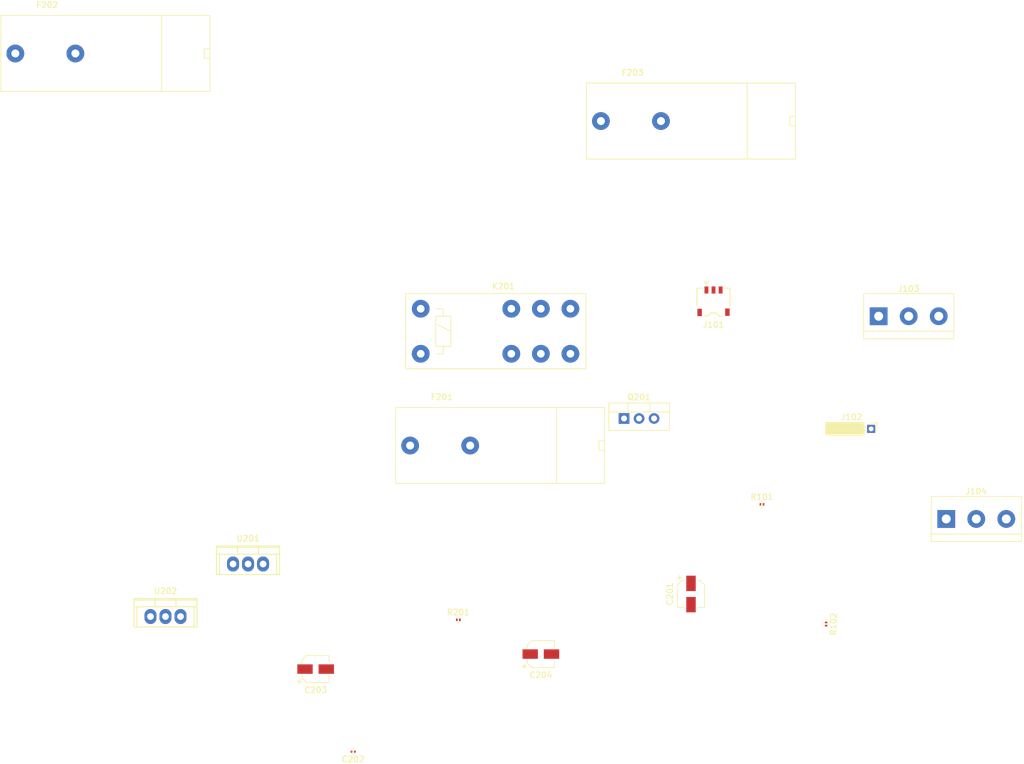
<source format=kicad_pcb>
(kicad_pcb (version 4) (host pcbnew 4.0.6-e0-6349~53~ubuntu14.04.1)

  (general
    (links 23)
    (no_connects 23)
    (area 0 0 0 0)
    (thickness 1.6)
    (drawings 0)
    (tracks 0)
    (zones 0)
    (modules 18)
    (nets 19)
  )

  (page A4)
  (layers
    (0 F.Cu signal)
    (31 B.Cu signal)
    (32 B.Adhes user)
    (33 F.Adhes user)
    (34 B.Paste user)
    (35 F.Paste user)
    (36 B.SilkS user)
    (37 F.SilkS user)
    (38 B.Mask user)
    (39 F.Mask user)
    (40 Dwgs.User user)
    (41 Cmts.User user)
    (42 Eco1.User user)
    (43 Eco2.User user)
    (44 Edge.Cuts user)
    (45 Margin user)
    (46 B.CrtYd user)
    (47 F.CrtYd user)
    (48 B.Fab user)
    (49 F.Fab user)
  )

  (setup
    (last_trace_width 0.25)
    (trace_clearance 0.2)
    (zone_clearance 0.508)
    (zone_45_only no)
    (trace_min 0.2)
    (segment_width 0.2)
    (edge_width 0.15)
    (via_size 0.6)
    (via_drill 0.4)
    (via_min_size 0.4)
    (via_min_drill 0.3)
    (uvia_size 0.3)
    (uvia_drill 0.1)
    (uvias_allowed no)
    (uvia_min_size 0.2)
    (uvia_min_drill 0.1)
    (pcb_text_width 0.3)
    (pcb_text_size 1.5 1.5)
    (mod_edge_width 0.15)
    (mod_text_size 1 1)
    (mod_text_width 0.15)
    (pad_size 1.524 1.524)
    (pad_drill 0.762)
    (pad_to_mask_clearance 0.2)
    (aux_axis_origin 0 0)
    (visible_elements FFFFFF7F)
    (pcbplotparams
      (layerselection 0x00030_80000001)
      (usegerberextensions false)
      (excludeedgelayer true)
      (linewidth 0.100000)
      (plotframeref false)
      (viasonmask false)
      (mode 1)
      (useauxorigin false)
      (hpglpennumber 1)
      (hpglpenspeed 20)
      (hpglpendiameter 15)
      (hpglpenoverlay 2)
      (psnegative false)
      (psa4output false)
      (plotreference true)
      (plotvalue true)
      (plotinvisibletext false)
      (padsonsilk false)
      (subtractmaskfromsilk false)
      (outputformat 1)
      (mirror false)
      (drillshape 0)
      (scaleselection 1)
      (outputdirectory render/pcb/))
  )

  (net 0 "")
  (net 1 "Net-(C201-Pad1)")
  (net 2 /PSU/12VAC_IN_2)
  (net 3 /PSU/VCC_OUT)
  (net 4 "Net-(C203-Pad2)")
  (net 5 /PSU/VEE_OUT)
  (net 6 "Net-(F201-Pad2)")
  (net 7 /PSU/L_IN)
  (net 8 /PSU/12VAC_IN_1)
  (net 9 "Net-(D202-Pad2)")
  (net 10 /PSU/12VAC_IN_3)
  (net 11 "Net-(D205-Pad2)")
  (net 12 /PSU/FAN_ON)
  (net 13 /PSU/N_IN)
  (net 14 /PSU/PE_IN)
  (net 15 /PSU/L_OUT)
  (net 16 /PSU/N_OUT)
  (net 17 "Net-(D201-Pad2)")
  (net 18 "Net-(Q201-Pad1)")

  (net_class Default "This is the default net class."
    (clearance 0.2)
    (trace_width 0.25)
    (via_dia 0.6)
    (via_drill 0.4)
    (uvia_dia 0.3)
    (uvia_drill 0.1)
    (add_net /PSU/12VAC_IN_1)
    (add_net /PSU/12VAC_IN_2)
    (add_net /PSU/12VAC_IN_3)
    (add_net /PSU/FAN_ON)
    (add_net /PSU/L_IN)
    (add_net /PSU/L_OUT)
    (add_net /PSU/N_IN)
    (add_net /PSU/N_OUT)
    (add_net /PSU/PE_IN)
    (add_net /PSU/VCC_OUT)
    (add_net /PSU/VEE_OUT)
    (add_net "Net-(C201-Pad1)")
    (add_net "Net-(C203-Pad2)")
    (add_net "Net-(D201-Pad2)")
    (add_net "Net-(D202-Pad2)")
    (add_net "Net-(D205-Pad2)")
    (add_net "Net-(F201-Pad2)")
    (add_net "Net-(Q201-Pad1)")
  )

  (module Capacitors_SMD:CP_Elec_4x4.5 (layer F.Cu) (tedit 58AA85E3) (tstamp 592F3575)
    (at 205.74 134.62 270)
    (descr "SMT capacitor, aluminium electrolytic, 4x4.5")
    (path /592E7843/5931CB2E)
    (attr smd)
    (fp_text reference C201 (at 0 3.58 450) (layer F.SilkS)
      (effects (font (size 1 1) (thickness 0.15)))
    )
    (fp_text value 100uF/63V (at 0 -3.45 450) (layer F.Fab)
      (effects (font (size 1 1) (thickness 0.15)))
    )
    (fp_circle (center 0 0) (end 0.1 2.1) (layer F.Fab) (width 0.1))
    (fp_text user + (at -1.24 -0.08 270) (layer F.Fab)
      (effects (font (size 1 1) (thickness 0.15)))
    )
    (fp_text user + (at -2.78 1.99 450) (layer F.SilkS)
      (effects (font (size 1 1) (thickness 0.15)))
    )
    (fp_text user %R (at 0 3.58 450) (layer F.Fab)
      (effects (font (size 1 1) (thickness 0.15)))
    )
    (fp_line (start 2.13 2.12) (end 2.13 -2.15) (layer F.Fab) (width 0.1))
    (fp_line (start -1.46 2.12) (end 2.13 2.12) (layer F.Fab) (width 0.1))
    (fp_line (start -2.13 1.45) (end -1.46 2.12) (layer F.Fab) (width 0.1))
    (fp_line (start -2.13 -1.47) (end -2.13 1.45) (layer F.Fab) (width 0.1))
    (fp_line (start -1.46 -2.15) (end -2.13 -1.47) (layer F.Fab) (width 0.1))
    (fp_line (start 2.13 -2.15) (end -1.46 -2.15) (layer F.Fab) (width 0.1))
    (fp_line (start 2.29 -2.3) (end 2.29 -1.13) (layer F.SilkS) (width 0.12))
    (fp_line (start 2.29 2.27) (end 2.29 1.1) (layer F.SilkS) (width 0.12))
    (fp_line (start -2.29 1.51) (end -2.29 1.1) (layer F.SilkS) (width 0.12))
    (fp_line (start -2.29 -1.54) (end -2.29 -1.13) (layer F.SilkS) (width 0.12))
    (fp_line (start -1.52 -2.3) (end 2.29 -2.3) (layer F.SilkS) (width 0.12))
    (fp_line (start -1.52 -2.3) (end -2.29 -1.54) (layer F.SilkS) (width 0.12))
    (fp_line (start -1.52 2.27) (end 2.29 2.27) (layer F.SilkS) (width 0.12))
    (fp_line (start -1.52 2.27) (end -2.29 1.51) (layer F.SilkS) (width 0.12))
    (fp_line (start -3.35 -2.4) (end 3.35 -2.4) (layer F.CrtYd) (width 0.05))
    (fp_line (start -3.35 -2.4) (end -3.35 2.37) (layer F.CrtYd) (width 0.05))
    (fp_line (start 3.35 2.37) (end 3.35 -2.4) (layer F.CrtYd) (width 0.05))
    (fp_line (start 3.35 2.37) (end -3.35 2.37) (layer F.CrtYd) (width 0.05))
    (pad 1 smd rect (at -1.8 0 90) (size 2.6 1.6) (layers F.Cu F.Paste F.Mask)
      (net 1 "Net-(C201-Pad1)"))
    (pad 2 smd rect (at 1.8 0 90) (size 2.6 1.6) (layers F.Cu F.Paste F.Mask)
      (net 2 /PSU/12VAC_IN_2))
    (model Capacitors_SMD.3dshapes/CP_Elec_4x4.5.wrl
      (at (xyz 0 0 0))
      (scale (xyz 1 1 1))
      (rotate (xyz 0 0 180))
    )
  )

  (module Capacitors_SMD:C_0201 (layer F.Cu) (tedit 58AA83DF) (tstamp 592F357B)
    (at 148.59 161.29 180)
    (descr "Capacitor SMD 0201, reflow soldering, AVX (see smccp.pdf)")
    (tags "capacitor 0201")
    (path /592E7843/592E9F9C)
    (attr smd)
    (fp_text reference C202 (at 0 -1.27 180) (layer F.SilkS)
      (effects (font (size 1 1) (thickness 0.15)))
    )
    (fp_text value "0.1 uF" (at 0 1.27 180) (layer F.Fab)
      (effects (font (size 1 1) (thickness 0.15)))
    )
    (fp_text user %R (at 0 -1.27 180) (layer F.Fab)
      (effects (font (size 1 1) (thickness 0.15)))
    )
    (fp_line (start -0.3 0.15) (end -0.3 -0.15) (layer F.Fab) (width 0.1))
    (fp_line (start 0.3 0.15) (end -0.3 0.15) (layer F.Fab) (width 0.1))
    (fp_line (start 0.3 -0.15) (end 0.3 0.15) (layer F.Fab) (width 0.1))
    (fp_line (start -0.3 -0.15) (end 0.3 -0.15) (layer F.Fab) (width 0.1))
    (fp_line (start 0.25 0.4) (end -0.25 0.4) (layer F.SilkS) (width 0.12))
    (fp_line (start -0.25 -0.4) (end 0.25 -0.4) (layer F.SilkS) (width 0.12))
    (fp_line (start -0.58 -0.33) (end 0.58 -0.33) (layer F.CrtYd) (width 0.05))
    (fp_line (start -0.58 -0.33) (end -0.58 0.32) (layer F.CrtYd) (width 0.05))
    (fp_line (start 0.58 0.32) (end 0.58 -0.33) (layer F.CrtYd) (width 0.05))
    (fp_line (start 0.58 0.32) (end -0.58 0.32) (layer F.CrtYd) (width 0.05))
    (pad 1 smd rect (at -0.28 0 180) (size 0.3 0.35) (layers F.Cu F.Paste F.Mask)
      (net 3 /PSU/VCC_OUT))
    (pad 2 smd rect (at 0.28 0 180) (size 0.3 0.35) (layers F.Cu F.Paste F.Mask)
      (net 2 /PSU/12VAC_IN_2))
    (model Capacitors_SMD.3dshapes/C_0201.wrl
      (at (xyz 0 0 0))
      (scale (xyz 1 1 1))
      (rotate (xyz 0 0 0))
    )
  )

  (module Capacitors_SMD:CP_Elec_4x5.7 (layer F.Cu) (tedit 58AA8612) (tstamp 592F3581)
    (at 142.24 147.32)
    (descr "SMT capacitor, aluminium electrolytic, 4x5.7")
    (path /592E7843/592EC65E)
    (attr smd)
    (fp_text reference C203 (at 0 3.54) (layer F.SilkS)
      (effects (font (size 1 1) (thickness 0.15)))
    )
    (fp_text value 100uF/63V (at 0 -3.54) (layer F.Fab)
      (effects (font (size 1 1) (thickness 0.15)))
    )
    (fp_circle (center 0 0) (end 0.3 2.1) (layer F.Fab) (width 0.1))
    (fp_text user + (at -1.1 -0.08) (layer F.Fab)
      (effects (font (size 1 1) (thickness 0.15)))
    )
    (fp_text user + (at -2.77 2.01) (layer F.SilkS)
      (effects (font (size 1 1) (thickness 0.15)))
    )
    (fp_text user %R (at 0 3.54) (layer F.Fab)
      (effects (font (size 1 1) (thickness 0.15)))
    )
    (fp_line (start 2.13 2.13) (end 2.13 -2.13) (layer F.Fab) (width 0.1))
    (fp_line (start -1.46 2.13) (end 2.13 2.13) (layer F.Fab) (width 0.1))
    (fp_line (start -2.13 1.46) (end -1.46 2.13) (layer F.Fab) (width 0.1))
    (fp_line (start -2.13 -1.46) (end -2.13 1.46) (layer F.Fab) (width 0.1))
    (fp_line (start -1.46 -2.13) (end -2.13 -1.46) (layer F.Fab) (width 0.1))
    (fp_line (start 2.13 -2.13) (end -1.46 -2.13) (layer F.Fab) (width 0.1))
    (fp_line (start 2.29 2.29) (end 2.29 1.12) (layer F.SilkS) (width 0.12))
    (fp_line (start 2.29 -2.29) (end 2.29 -1.12) (layer F.SilkS) (width 0.12))
    (fp_line (start -2.29 -1.52) (end -2.29 -1.12) (layer F.SilkS) (width 0.12))
    (fp_line (start -2.29 1.52) (end -2.29 1.12) (layer F.SilkS) (width 0.12))
    (fp_line (start -1.52 2.29) (end 2.29 2.29) (layer F.SilkS) (width 0.12))
    (fp_line (start -1.52 2.29) (end -2.29 1.52) (layer F.SilkS) (width 0.12))
    (fp_line (start -1.52 -2.29) (end 2.29 -2.29) (layer F.SilkS) (width 0.12))
    (fp_line (start -1.52 -2.29) (end -2.29 -1.52) (layer F.SilkS) (width 0.12))
    (fp_line (start -3.35 -2.39) (end 3.35 -2.39) (layer F.CrtYd) (width 0.05))
    (fp_line (start -3.35 -2.39) (end -3.35 2.38) (layer F.CrtYd) (width 0.05))
    (fp_line (start 3.35 2.38) (end 3.35 -2.39) (layer F.CrtYd) (width 0.05))
    (fp_line (start 3.35 2.38) (end -3.35 2.38) (layer F.CrtYd) (width 0.05))
    (pad 1 smd rect (at -1.8 0 180) (size 2.6 1.6) (layers F.Cu F.Paste F.Mask)
      (net 2 /PSU/12VAC_IN_2))
    (pad 2 smd rect (at 1.8 0 180) (size 2.6 1.6) (layers F.Cu F.Paste F.Mask)
      (net 4 "Net-(C203-Pad2)"))
    (model Capacitors_SMD.3dshapes/CP_Elec_4x5.7.wrl
      (at (xyz 0 0 0))
      (scale (xyz 1 1 1))
      (rotate (xyz 0 0 180))
    )
  )

  (module Capacitors_SMD:CP_Elec_4x5.8 (layer F.Cu) (tedit 58AA8627) (tstamp 592F3587)
    (at 180.34 144.78)
    (descr "SMT capacitor, aluminium electrolytic, 4x5.8")
    (path /592E7843/592EC69D)
    (attr smd)
    (fp_text reference C204 (at 0 3.54) (layer F.SilkS)
      (effects (font (size 1 1) (thickness 0.15)))
    )
    (fp_text value "1 uF" (at 0 -3.54) (layer F.Fab)
      (effects (font (size 1 1) (thickness 0.15)))
    )
    (fp_circle (center 0 0) (end 0 2) (layer F.Fab) (width 0.1))
    (fp_text user + (at -1.12 -0.06) (layer F.Fab)
      (effects (font (size 1 1) (thickness 0.15)))
    )
    (fp_text user + (at -2.78 2.01) (layer F.SilkS)
      (effects (font (size 1 1) (thickness 0.15)))
    )
    (fp_text user %R (at 0 3.54) (layer F.Fab)
      (effects (font (size 1 1) (thickness 0.15)))
    )
    (fp_line (start 2.13 2.13) (end 2.13 -2.13) (layer F.Fab) (width 0.1))
    (fp_line (start -1.46 2.13) (end 2.13 2.13) (layer F.Fab) (width 0.1))
    (fp_line (start -2.13 1.46) (end -1.46 2.13) (layer F.Fab) (width 0.1))
    (fp_line (start -2.13 -1.46) (end -2.13 1.46) (layer F.Fab) (width 0.1))
    (fp_line (start -1.46 -2.13) (end -2.13 -1.46) (layer F.Fab) (width 0.1))
    (fp_line (start 2.13 -2.13) (end -1.46 -2.13) (layer F.Fab) (width 0.1))
    (fp_line (start -2.29 1.52) (end -2.29 1.12) (layer F.SilkS) (width 0.12))
    (fp_line (start 2.29 2.29) (end 2.29 1.12) (layer F.SilkS) (width 0.12))
    (fp_line (start 2.29 -2.29) (end 2.29 -1.12) (layer F.SilkS) (width 0.12))
    (fp_line (start -2.29 -1.52) (end -2.29 -1.12) (layer F.SilkS) (width 0.12))
    (fp_line (start -1.52 2.29) (end 2.29 2.29) (layer F.SilkS) (width 0.12))
    (fp_line (start -1.52 2.29) (end -2.29 1.52) (layer F.SilkS) (width 0.12))
    (fp_line (start -1.52 -2.29) (end 2.29 -2.29) (layer F.SilkS) (width 0.12))
    (fp_line (start -1.52 -2.29) (end -2.29 -1.52) (layer F.SilkS) (width 0.12))
    (fp_line (start -3.35 -2.39) (end 3.35 -2.39) (layer F.CrtYd) (width 0.05))
    (fp_line (start -3.35 -2.39) (end -3.35 2.38) (layer F.CrtYd) (width 0.05))
    (fp_line (start 3.35 2.38) (end 3.35 -2.39) (layer F.CrtYd) (width 0.05))
    (fp_line (start 3.35 2.38) (end -3.35 2.38) (layer F.CrtYd) (width 0.05))
    (pad 1 smd rect (at -1.8 0 180) (size 2.6 1.6) (layers F.Cu F.Paste F.Mask)
      (net 2 /PSU/12VAC_IN_2))
    (pad 2 smd rect (at 1.8 0 180) (size 2.6 1.6) (layers F.Cu F.Paste F.Mask)
      (net 5 /PSU/VEE_OUT))
    (model Capacitors_SMD.3dshapes/CP_Elec_4x5.8.wrl
      (at (xyz 0 0 0))
      (scale (xyz 1 1 1))
      (rotate (xyz 0 0 180))
    )
  )

  (module Fuse_Holders_and_Fuses:Fuseholder5x20_Horizontal_closed_Bulgin_FX0457 (layer F.Cu) (tedit 5880C515) (tstamp 592F358D)
    (at 158.225001 109.505)
    (descr "Fuseholder, 5x20, closed, horizontal, Bulgin, FX0457, Sicherungshalter,")
    (tags "Fuseholder 5x20 closed horizontal Bulgin FX0457 Sicherungshalter ")
    (path /592E7843/593030E1)
    (fp_text reference F201 (at 5.36 -8.2) (layer F.SilkS)
      (effects (font (size 1 1) (thickness 0.15)))
    )
    (fp_text value 4AT (at 5.08 8.89) (layer F.Fab)
      (effects (font (size 1 1) (thickness 0.15)))
    )
    (fp_line (start 32.85 -0.8) (end 31.95 -0.8) (layer F.SilkS) (width 0.12))
    (fp_line (start 31.95 -0.8) (end 31.95 0.8) (layer F.SilkS) (width 0.12))
    (fp_line (start 31.95 0.8) (end 32.85 0.8) (layer F.SilkS) (width 0.12))
    (fp_line (start 24.75 -6.4) (end 24.75 6.4) (layer F.SilkS) (width 0.12))
    (fp_line (start 32.78 -0.8) (end 31.98 -0.8) (layer F.Fab) (width 0.1))
    (fp_line (start 31.98 -0.8) (end 31.98 0.8) (layer F.Fab) (width 0.1))
    (fp_line (start 31.98 0.8) (end 32.78 0.8) (layer F.Fab) (width 0.1))
    (fp_line (start 24.78 6.3) (end 24.78 -6.3) (layer F.Fab) (width 0.1))
    (fp_line (start 32.78 -6.3) (end -2.32 -6.3) (layer F.Fab) (width 0.1))
    (fp_line (start 32.78 6.3) (end 32.78 -6.3) (layer F.Fab) (width 0.1))
    (fp_line (start -2.32 6.3) (end 32.78 6.3) (layer F.Fab) (width 0.1))
    (fp_line (start -2.32 6.3) (end -2.32 -6.3) (layer F.Fab) (width 0.1))
    (fp_line (start -2.57 -6.55) (end 33.03 -6.55) (layer F.CrtYd) (width 0.05))
    (fp_line (start -2.57 -6.55) (end -2.57 6.55) (layer F.CrtYd) (width 0.05))
    (fp_line (start 33.03 6.55) (end 33.03 -6.55) (layer F.CrtYd) (width 0.05))
    (fp_line (start 33.03 6.55) (end -2.57 6.55) (layer F.CrtYd) (width 0.05))
    (fp_line (start -2.44 -6.42) (end 32.9 -6.42) (layer F.SilkS) (width 0.12))
    (fp_line (start -2.44 -6.42) (end -2.44 6.42) (layer F.SilkS) (width 0.12))
    (fp_line (start 32.9 6.42) (end 32.9 -6.42) (layer F.SilkS) (width 0.12))
    (fp_line (start 32.9 6.42) (end -2.44 6.42) (layer F.SilkS) (width 0.12))
    (pad 2 thru_hole circle (at 10.16 0) (size 3 3) (drill 1.35) (layers *.Cu *.Mask)
      (net 6 "Net-(F201-Pad2)"))
    (pad 1 thru_hole circle (at 0 0) (size 3 3) (drill 1.35) (layers *.Cu *.Mask)
      (net 7 /PSU/L_IN))
  )

  (module Fuse_Holders_and_Fuses:Fuseholder5x20_Horizontal_closed_Bulgin_FX0457 (layer F.Cu) (tedit 5880C515) (tstamp 592F3593)
    (at 91.44 43.18)
    (descr "Fuseholder, 5x20, closed, horizontal, Bulgin, FX0457, Sicherungshalter,")
    (tags "Fuseholder 5x20 closed horizontal Bulgin FX0457 Sicherungshalter ")
    (path /592E7843/592ED153)
    (fp_text reference F202 (at 5.36 -8.2) (layer F.SilkS)
      (effects (font (size 1 1) (thickness 0.15)))
    )
    (fp_text value 1AT (at 5.08 8.89) (layer F.Fab)
      (effects (font (size 1 1) (thickness 0.15)))
    )
    (fp_line (start 32.85 -0.8) (end 31.95 -0.8) (layer F.SilkS) (width 0.12))
    (fp_line (start 31.95 -0.8) (end 31.95 0.8) (layer F.SilkS) (width 0.12))
    (fp_line (start 31.95 0.8) (end 32.85 0.8) (layer F.SilkS) (width 0.12))
    (fp_line (start 24.75 -6.4) (end 24.75 6.4) (layer F.SilkS) (width 0.12))
    (fp_line (start 32.78 -0.8) (end 31.98 -0.8) (layer F.Fab) (width 0.1))
    (fp_line (start 31.98 -0.8) (end 31.98 0.8) (layer F.Fab) (width 0.1))
    (fp_line (start 31.98 0.8) (end 32.78 0.8) (layer F.Fab) (width 0.1))
    (fp_line (start 24.78 6.3) (end 24.78 -6.3) (layer F.Fab) (width 0.1))
    (fp_line (start 32.78 -6.3) (end -2.32 -6.3) (layer F.Fab) (width 0.1))
    (fp_line (start 32.78 6.3) (end 32.78 -6.3) (layer F.Fab) (width 0.1))
    (fp_line (start -2.32 6.3) (end 32.78 6.3) (layer F.Fab) (width 0.1))
    (fp_line (start -2.32 6.3) (end -2.32 -6.3) (layer F.Fab) (width 0.1))
    (fp_line (start -2.57 -6.55) (end 33.03 -6.55) (layer F.CrtYd) (width 0.05))
    (fp_line (start -2.57 -6.55) (end -2.57 6.55) (layer F.CrtYd) (width 0.05))
    (fp_line (start 33.03 6.55) (end 33.03 -6.55) (layer F.CrtYd) (width 0.05))
    (fp_line (start 33.03 6.55) (end -2.57 6.55) (layer F.CrtYd) (width 0.05))
    (fp_line (start -2.44 -6.42) (end 32.9 -6.42) (layer F.SilkS) (width 0.12))
    (fp_line (start -2.44 -6.42) (end -2.44 6.42) (layer F.SilkS) (width 0.12))
    (fp_line (start 32.9 6.42) (end 32.9 -6.42) (layer F.SilkS) (width 0.12))
    (fp_line (start 32.9 6.42) (end -2.44 6.42) (layer F.SilkS) (width 0.12))
    (pad 2 thru_hole circle (at 10.16 0) (size 3 3) (drill 1.35) (layers *.Cu *.Mask)
      (net 8 /PSU/12VAC_IN_1))
    (pad 1 thru_hole circle (at 0 0) (size 3 3) (drill 1.35) (layers *.Cu *.Mask)
      (net 9 "Net-(D202-Pad2)"))
  )

  (module Fuse_Holders_and_Fuses:Fuseholder5x20_Horizontal_closed_Bulgin_FX0457 (layer F.Cu) (tedit 5880C515) (tstamp 592F3599)
    (at 190.5 54.61)
    (descr "Fuseholder, 5x20, closed, horizontal, Bulgin, FX0457, Sicherungshalter,")
    (tags "Fuseholder 5x20 closed horizontal Bulgin FX0457 Sicherungshalter ")
    (path /592E7843/592ED294)
    (fp_text reference F203 (at 5.36 -8.2) (layer F.SilkS)
      (effects (font (size 1 1) (thickness 0.15)))
    )
    (fp_text value 1AT (at 5.08 8.89) (layer F.Fab)
      (effects (font (size 1 1) (thickness 0.15)))
    )
    (fp_line (start 32.85 -0.8) (end 31.95 -0.8) (layer F.SilkS) (width 0.12))
    (fp_line (start 31.95 -0.8) (end 31.95 0.8) (layer F.SilkS) (width 0.12))
    (fp_line (start 31.95 0.8) (end 32.85 0.8) (layer F.SilkS) (width 0.12))
    (fp_line (start 24.75 -6.4) (end 24.75 6.4) (layer F.SilkS) (width 0.12))
    (fp_line (start 32.78 -0.8) (end 31.98 -0.8) (layer F.Fab) (width 0.1))
    (fp_line (start 31.98 -0.8) (end 31.98 0.8) (layer F.Fab) (width 0.1))
    (fp_line (start 31.98 0.8) (end 32.78 0.8) (layer F.Fab) (width 0.1))
    (fp_line (start 24.78 6.3) (end 24.78 -6.3) (layer F.Fab) (width 0.1))
    (fp_line (start 32.78 -6.3) (end -2.32 -6.3) (layer F.Fab) (width 0.1))
    (fp_line (start 32.78 6.3) (end 32.78 -6.3) (layer F.Fab) (width 0.1))
    (fp_line (start -2.32 6.3) (end 32.78 6.3) (layer F.Fab) (width 0.1))
    (fp_line (start -2.32 6.3) (end -2.32 -6.3) (layer F.Fab) (width 0.1))
    (fp_line (start -2.57 -6.55) (end 33.03 -6.55) (layer F.CrtYd) (width 0.05))
    (fp_line (start -2.57 -6.55) (end -2.57 6.55) (layer F.CrtYd) (width 0.05))
    (fp_line (start 33.03 6.55) (end 33.03 -6.55) (layer F.CrtYd) (width 0.05))
    (fp_line (start 33.03 6.55) (end -2.57 6.55) (layer F.CrtYd) (width 0.05))
    (fp_line (start -2.44 -6.42) (end 32.9 -6.42) (layer F.SilkS) (width 0.12))
    (fp_line (start -2.44 -6.42) (end -2.44 6.42) (layer F.SilkS) (width 0.12))
    (fp_line (start 32.9 6.42) (end 32.9 -6.42) (layer F.SilkS) (width 0.12))
    (fp_line (start 32.9 6.42) (end -2.44 6.42) (layer F.SilkS) (width 0.12))
    (pad 2 thru_hole circle (at 10.16 0) (size 3 3) (drill 1.35) (layers *.Cu *.Mask)
      (net 10 /PSU/12VAC_IN_3))
    (pad 1 thru_hole circle (at 0 0) (size 3 3) (drill 1.35) (layers *.Cu *.Mask)
      (net 11 "Net-(D205-Pad2)"))
  )

  (module Connectors_JST:JST_ACH_BM03B-ACHSS_03x1.20mm_Angled (layer F.Cu) (tedit 56CAFBC9) (tstamp 592F35A2)
    (at 209.55 85.09)
    (descr "JST ACH Series Connector, 1.20mm Pitch")
    (tags "JST ACH connector crimp top entry")
    (path /593358B0)
    (attr smd)
    (fp_text reference J101 (at 0 4 180) (layer F.SilkS)
      (effects (font (size 1 1) (thickness 0.15)))
    )
    (fp_text value CONN_01X03_FEMALE (at 0 -4.8) (layer F.Fab)
      (effects (font (size 1 1) (thickness 0.15)))
    )
    (fp_line (start -3.25 -3) (end 3.25 -3) (layer F.CrtYd) (width 0.05))
    (fp_line (start -3.25 3) (end -3.25 -3) (layer F.CrtYd) (width 0.05))
    (fp_line (start 3.25 3) (end -3.25 3) (layer F.CrtYd) (width 0.05))
    (fp_line (start 3.25 -3) (end 3.25 3) (layer F.CrtYd) (width 0.05))
    (fp_line (start -1.2 -2.8) (end -0.9 -3.3) (layer F.SilkS) (width 0.15))
    (fp_line (start -0.9 -3.3) (end -1.5 -3.3) (layer F.SilkS) (width 0.15))
    (fp_line (start -1.5 -3.3) (end -1.2 -2.8) (layer F.SilkS) (width 0.15))
    (fp_line (start -0.9 2.5) (end -0.5 2) (layer F.SilkS) (width 0.15))
    (fp_line (start -0.5 2) (end 0.5 2) (layer F.SilkS) (width 0.15))
    (fp_line (start 0.5 2) (end 0.9 2.5) (layer F.SilkS) (width 0.15))
    (fp_line (start -1.6 2.5) (end -0.9 2.5) (layer F.SilkS) (width 0.15))
    (fp_line (start 1.6 2.5) (end 0.9 2.5) (layer F.SilkS) (width 0.15))
    (fp_line (start 2.8 0.8) (end 2.8 -2.2) (layer F.SilkS) (width 0.15))
    (fp_line (start 2.8 -2.2) (end 1.9 -2.2) (layer F.SilkS) (width 0.15))
    (fp_line (start -2.8 0.8) (end -2.8 -2.2) (layer F.SilkS) (width 0.15))
    (fp_line (start -2.8 -2.2) (end -1.9 -2.2) (layer F.SilkS) (width 0.15))
    (pad 1 smd rect (at -1.2 -1.9) (size 0.65 1.2) (layers F.Cu F.Paste F.Mask)
      (net 8 /PSU/12VAC_IN_1))
    (pad 2 smd rect (at 0 -1.9) (size 0.65 1.2) (layers F.Cu F.Paste F.Mask)
      (net 2 /PSU/12VAC_IN_2))
    (pad 3 smd rect (at 1.2 -1.9) (size 0.65 1.2) (layers F.Cu F.Paste F.Mask)
      (net 10 /PSU/12VAC_IN_3))
    (pad "" smd rect (at -2.35 1.9) (size 0.75 1.25) (layers F.Cu F.Paste F.Mask))
    (pad "" smd rect (at 2.35 1.85) (size 0.75 1.25) (layers F.Cu F.Paste F.Mask))
    (model Connectors_JST.3dshapes/JST_ACH_BM03B-ACHSS_03x1.20mm_Angled.wrl
      (at (xyz 0 0.08 0))
      (scale (xyz 1 1 1))
      (rotate (xyz 0 0 0))
    )
  )

  (module Socket_Strips:Socket_Strip_Angled_1x01_Pitch2.00mm (layer F.Cu) (tedit 58CD544C) (tstamp 592F35A7)
    (at 236.22 106.68)
    (descr "Through hole angled socket strip, 1x01, 2.00mm pitch, 6.35mm socket length, single row")
    (tags "Through hole angled socket strip THT 1x01 2.00mm single row")
    (path /59337703)
    (fp_text reference J102 (at -3.31 -2) (layer F.SilkS)
      (effects (font (size 1 1) (thickness 0.15)))
    )
    (fp_text value CONN_01X01_FEMALE (at -3.31 2) (layer F.Fab)
      (effects (font (size 1 1) (thickness 0.15)))
    )
    (fp_line (start -1.27 -1) (end -1.27 1) (layer F.Fab) (width 0.1))
    (fp_line (start -1.27 1) (end -7.62 1) (layer F.Fab) (width 0.1))
    (fp_line (start -7.62 1) (end -7.62 -1) (layer F.Fab) (width 0.1))
    (fp_line (start -7.62 -1) (end -1.27 -1) (layer F.Fab) (width 0.1))
    (fp_line (start 0 -0.25) (end 0 0.25) (layer F.Fab) (width 0.1))
    (fp_line (start 0 0.25) (end -1.27 0.25) (layer F.Fab) (width 0.1))
    (fp_line (start -1.27 0.25) (end -1.27 -0.25) (layer F.Fab) (width 0.1))
    (fp_line (start -1.27 -0.25) (end 0 -0.25) (layer F.Fab) (width 0.1))
    (fp_line (start -1.21 -1.06) (end -1.21 1.06) (layer F.SilkS) (width 0.12))
    (fp_line (start -1.21 1.06) (end -7.68 1.06) (layer F.SilkS) (width 0.12))
    (fp_line (start -7.68 1.06) (end -7.68 -1.06) (layer F.SilkS) (width 0.12))
    (fp_line (start -7.68 -1.06) (end -1.21 -1.06) (layer F.SilkS) (width 0.12))
    (fp_line (start -1.21 -1.06) (end -1.21 1) (layer F.SilkS) (width 0.12))
    (fp_line (start -1.21 1) (end -7.68 1) (layer F.SilkS) (width 0.12))
    (fp_line (start -7.68 1) (end -7.68 -1.06) (layer F.SilkS) (width 0.12))
    (fp_line (start -7.68 -1.06) (end -1.21 -1.06) (layer F.SilkS) (width 0.12))
    (fp_line (start -0.855 -0.31) (end -1.21 -0.31) (layer F.SilkS) (width 0.12))
    (fp_line (start -0.855 0.31) (end -1.21 0.31) (layer F.SilkS) (width 0.12))
    (fp_line (start -1.21 -0.88) (end -7.68 -0.88) (layer F.SilkS) (width 0.12))
    (fp_line (start -1.21 -0.76) (end -7.68 -0.76) (layer F.SilkS) (width 0.12))
    (fp_line (start -1.21 -0.64) (end -7.68 -0.64) (layer F.SilkS) (width 0.12))
    (fp_line (start -1.21 -0.52) (end -7.68 -0.52) (layer F.SilkS) (width 0.12))
    (fp_line (start -1.21 -0.4) (end -7.68 -0.4) (layer F.SilkS) (width 0.12))
    (fp_line (start -1.21 -0.28) (end -7.68 -0.28) (layer F.SilkS) (width 0.12))
    (fp_line (start -1.21 -0.16) (end -7.68 -0.16) (layer F.SilkS) (width 0.12))
    (fp_line (start -1.21 -0.04) (end -7.68 -0.04) (layer F.SilkS) (width 0.12))
    (fp_line (start -1.21 0.08) (end -7.68 0.08) (layer F.SilkS) (width 0.12))
    (fp_line (start -1.21 0.2) (end -7.68 0.2) (layer F.SilkS) (width 0.12))
    (fp_line (start -1.21 0.32) (end -7.68 0.32) (layer F.SilkS) (width 0.12))
    (fp_line (start -1.21 0.44) (end -7.68 0.44) (layer F.SilkS) (width 0.12))
    (fp_line (start -1.21 0.56) (end -7.68 0.56) (layer F.SilkS) (width 0.12))
    (fp_line (start -1.21 0.68) (end -7.68 0.68) (layer F.SilkS) (width 0.12))
    (fp_line (start -1.21 0.8) (end -7.68 0.8) (layer F.SilkS) (width 0.12))
    (fp_line (start -1.21 0.92) (end -7.68 0.92) (layer F.SilkS) (width 0.12))
    (fp_line (start -1.21 1.04) (end -7.68 1.04) (layer F.SilkS) (width 0.12))
    (fp_line (start 0 -1) (end 1 -1) (layer F.SilkS) (width 0.12))
    (fp_line (start 1 -1) (end 1 0) (layer F.SilkS) (width 0.12))
    (fp_line (start 1.5 -1.5) (end 1.5 1.5) (layer F.CrtYd) (width 0.05))
    (fp_line (start 1.5 1.5) (end -8.15 1.5) (layer F.CrtYd) (width 0.05))
    (fp_line (start -8.15 1.5) (end -8.15 -1.5) (layer F.CrtYd) (width 0.05))
    (fp_line (start -8.15 -1.5) (end 1.5 -1.5) (layer F.CrtYd) (width 0.05))
    (fp_text user %R (at -3.31 -2) (layer F.Fab)
      (effects (font (size 1 1) (thickness 0.15)))
    )
    (pad 1 thru_hole rect (at 0 0) (size 1.35 1.35) (drill 0.8) (layers *.Cu *.Mask)
      (net 12 /PSU/FAN_ON))
    (model ${KISYS3DMOD}/Socket_Strips.3dshapes/Socket_Strip_Angled_1x01_Pitch2.00mm.wrl
      (at (xyz 0 0 0))
      (scale (xyz 1 1 1))
      (rotate (xyz 0 0 90))
    )
  )

  (module Connectors:bornier3 (layer F.Cu) (tedit 587FD5F2) (tstamp 592F35AE)
    (at 237.49 87.63)
    (descr "Bornier d'alimentation 3 pins")
    (tags DEV)
    (path /5933532F)
    (fp_text reference J103 (at 5.05 -4.65) (layer F.SilkS)
      (effects (font (size 1 1) (thickness 0.15)))
    )
    (fp_text value Screw_Terminal_1x03 (at 5.08 5.08) (layer F.Fab)
      (effects (font (size 1 1) (thickness 0.15)))
    )
    (fp_line (start -2.47 2.55) (end 12.63 2.55) (layer F.Fab) (width 0.1))
    (fp_line (start -2.47 -3.75) (end 12.63 -3.75) (layer F.Fab) (width 0.1))
    (fp_line (start 12.63 -3.75) (end 12.63 3.75) (layer F.Fab) (width 0.1))
    (fp_line (start 12.63 3.75) (end -2.47 3.75) (layer F.Fab) (width 0.1))
    (fp_line (start -2.47 3.75) (end -2.47 -3.75) (layer F.Fab) (width 0.1))
    (fp_line (start -2.54 3.81) (end -2.54 -3.81) (layer F.SilkS) (width 0.12))
    (fp_line (start 12.7 3.81) (end 12.7 -3.81) (layer F.SilkS) (width 0.12))
    (fp_line (start -2.54 2.54) (end 12.7 2.54) (layer F.SilkS) (width 0.12))
    (fp_line (start -2.54 -3.81) (end 12.7 -3.81) (layer F.SilkS) (width 0.12))
    (fp_line (start -2.54 3.81) (end 12.7 3.81) (layer F.SilkS) (width 0.12))
    (fp_line (start -2.72 -4) (end 12.88 -4) (layer F.CrtYd) (width 0.05))
    (fp_line (start -2.72 -4) (end -2.72 4) (layer F.CrtYd) (width 0.05))
    (fp_line (start 12.88 4) (end 12.88 -4) (layer F.CrtYd) (width 0.05))
    (fp_line (start 12.88 4) (end -2.72 4) (layer F.CrtYd) (width 0.05))
    (pad 1 thru_hole rect (at 0 0) (size 3 3) (drill 1.52) (layers *.Cu *.Mask)
      (net 7 /PSU/L_IN))
    (pad 2 thru_hole circle (at 5.08 0) (size 3 3) (drill 1.52) (layers *.Cu *.Mask)
      (net 13 /PSU/N_IN))
    (pad 3 thru_hole circle (at 10.16 0) (size 3 3) (drill 1.52) (layers *.Cu *.Mask)
      (net 14 /PSU/PE_IN))
    (model Connectors.3dshapes/bornier3.wrl
      (at (xyz 0 0 0))
      (scale (xyz 1 1 1))
      (rotate (xyz 0 0 0))
    )
  )

  (module Connectors:bornier3 (layer F.Cu) (tedit 587FD5F2) (tstamp 592F35B5)
    (at 248.92 121.92)
    (descr "Bornier d'alimentation 3 pins")
    (tags DEV)
    (path /59337140)
    (fp_text reference J104 (at 5.05 -4.65) (layer F.SilkS)
      (effects (font (size 1 1) (thickness 0.15)))
    )
    (fp_text value Screw_Terminal_1x03 (at 5.08 5.08) (layer F.Fab)
      (effects (font (size 1 1) (thickness 0.15)))
    )
    (fp_line (start -2.47 2.55) (end 12.63 2.55) (layer F.Fab) (width 0.1))
    (fp_line (start -2.47 -3.75) (end 12.63 -3.75) (layer F.Fab) (width 0.1))
    (fp_line (start 12.63 -3.75) (end 12.63 3.75) (layer F.Fab) (width 0.1))
    (fp_line (start 12.63 3.75) (end -2.47 3.75) (layer F.Fab) (width 0.1))
    (fp_line (start -2.47 3.75) (end -2.47 -3.75) (layer F.Fab) (width 0.1))
    (fp_line (start -2.54 3.81) (end -2.54 -3.81) (layer F.SilkS) (width 0.12))
    (fp_line (start 12.7 3.81) (end 12.7 -3.81) (layer F.SilkS) (width 0.12))
    (fp_line (start -2.54 2.54) (end 12.7 2.54) (layer F.SilkS) (width 0.12))
    (fp_line (start -2.54 -3.81) (end 12.7 -3.81) (layer F.SilkS) (width 0.12))
    (fp_line (start -2.54 3.81) (end 12.7 3.81) (layer F.SilkS) (width 0.12))
    (fp_line (start -2.72 -4) (end 12.88 -4) (layer F.CrtYd) (width 0.05))
    (fp_line (start -2.72 -4) (end -2.72 4) (layer F.CrtYd) (width 0.05))
    (fp_line (start 12.88 4) (end 12.88 -4) (layer F.CrtYd) (width 0.05))
    (fp_line (start 12.88 4) (end -2.72 4) (layer F.CrtYd) (width 0.05))
    (pad 1 thru_hole rect (at 0 0) (size 3 3) (drill 1.52) (layers *.Cu *.Mask)
      (net 15 /PSU/L_OUT))
    (pad 2 thru_hole circle (at 5.08 0) (size 3 3) (drill 1.52) (layers *.Cu *.Mask)
      (net 16 /PSU/N_OUT))
    (pad 3 thru_hole circle (at 10.16 0) (size 3 3) (drill 1.52) (layers *.Cu *.Mask)
      (net 14 /PSU/PE_IN))
    (model Connectors.3dshapes/bornier3.wrl
      (at (xyz 0 0 0))
      (scale (xyz 1 1 1))
      (rotate (xyz 0 0 0))
    )
  )

  (module Relays_THT:Relay_DPDT_Finder_40.52 (layer F.Cu) (tedit 58FA4BF0) (tstamp 592F35C1)
    (at 160.02 86.36)
    (descr "Relay DPDT Finder 40.52, Pitch 5mm, https://www.finder-relais.net/de/finder-relais-serie-40.pdf")
    (tags "Relay DPDT Finder 40.52 Pitch 5mm")
    (path /592E7843/592FA24E)
    (fp_text reference K201 (at 13.97 -3.81) (layer F.SilkS)
      (effects (font (size 1 1) (thickness 0.15)))
    )
    (fp_text value FINDER-40.52 (at 12.192 11.43) (layer F.Fab)
      (effects (font (size 1 1) (thickness 0.15)))
    )
    (fp_line (start 0 1.8) (end 0 5.8) (layer F.Fab) (width 0.12))
    (fp_line (start -2.5 -2.5) (end 27.5 -2.5) (layer F.Fab) (width 0.12))
    (fp_line (start 27.5 -2.5) (end 27.5 10.1) (layer F.Fab) (width 0.12))
    (fp_line (start 27.5 10.1) (end -2.5 10.1) (layer F.Fab) (width 0.12))
    (fp_line (start -2.5 10.1) (end -2.5 -2.5) (layer F.Fab) (width 0.12))
    (fp_text user %R (at 12.065 3.81) (layer F.Fab)
      (effects (font (size 1 1) (thickness 0.15)))
    )
    (fp_line (start 28.2 -2.78) (end 28.2 10.42) (layer F.CrtYd) (width 0.05))
    (fp_line (start -2.8 -2.78) (end 28.2 -2.78) (layer F.CrtYd) (width 0.05))
    (fp_line (start -2.8 10.42) (end -2.8 -2.78) (layer F.CrtYd) (width 0.05))
    (fp_line (start 28.2 10.42) (end -2.8 10.42) (layer F.CrtYd) (width 0.05))
    (fp_line (start 2.54 2.54) (end 5.08 3.81) (layer F.SilkS) (width 0.12))
    (fp_line (start 3.81 6.35) (end 3.81 7.62) (layer F.SilkS) (width 0.12))
    (fp_line (start 3.81 7.62) (end 2.54 7.62) (layer F.SilkS) (width 0.12))
    (fp_line (start 2.54 0) (end 3.81 0) (layer F.SilkS) (width 0.12))
    (fp_line (start 3.81 0) (end 3.81 1.27) (layer F.SilkS) (width 0.12))
    (fp_line (start 3.81 1.27) (end 5.08 1.27) (layer F.SilkS) (width 0.12))
    (fp_line (start 5.08 1.27) (end 5.08 6.35) (layer F.SilkS) (width 0.12))
    (fp_line (start 5.08 6.35) (end 2.54 6.35) (layer F.SilkS) (width 0.12))
    (fp_line (start 2.54 6.35) (end 2.54 1.27) (layer F.SilkS) (width 0.12))
    (fp_line (start 2.54 1.27) (end 3.81 1.27) (layer F.SilkS) (width 0.12))
    (fp_line (start -2.54 -2.54) (end 27.94 -2.54) (layer F.SilkS) (width 0.12))
    (fp_line (start 27.94 -2.54) (end 27.94 10.16) (layer F.SilkS) (width 0.12))
    (fp_line (start 27.94 10.16) (end -2.54 10.16) (layer F.SilkS) (width 0.12))
    (fp_line (start -2.54 10.16) (end -2.54 -2.54) (layer F.SilkS) (width 0.12))
    (pad A1 thru_hole circle (at 0 0) (size 3 3) (drill 1.3) (layers *.Cu *.Mask)
      (net 1 "Net-(C201-Pad1)"))
    (pad A2 thru_hole circle (at 0 7.62) (size 3 3) (drill 1.3) (layers *.Cu *.Mask)
      (net 17 "Net-(D201-Pad2)"))
    (pad 11 thru_hole circle (at 20.32 0) (size 3 3) (drill 1.3) (layers *.Cu *.Mask)
      (net 13 /PSU/N_IN))
    (pad 24 thru_hole circle (at 25.32 7.62) (size 3 3) (drill 1.3) (layers *.Cu *.Mask)
      (net 15 /PSU/L_OUT))
    (pad 22 thru_hole circle (at 15.32 7.62) (size 3 3) (drill 1.3) (layers *.Cu *.Mask)
      (net 6 "Net-(F201-Pad2)"))
    (pad 12 thru_hole circle (at 15.32 0) (size 3 3) (drill 1.3) (layers *.Cu *.Mask)
      (net 13 /PSU/N_IN))
    (pad 21 thru_hole circle (at 20.32 7.62) (size 3 3) (drill 1.3) (layers *.Cu *.Mask)
      (net 6 "Net-(F201-Pad2)"))
    (pad 14 thru_hole circle (at 25.32 0) (size 3 3) (drill 1.3) (layers *.Cu *.Mask)
      (net 16 /PSU/N_OUT))
    (model ${KISYS3DMOD}/Relays_THT.3dshapes/Relay_DPDT_Finder_40.52.wrl
      (at (xyz 0 0 0))
      (scale (xyz 1 1 1))
      (rotate (xyz 0 0 0))
    )
  )

  (module TO_SOT_Packages_THT:TO-220_Vertical (layer F.Cu) (tedit 58CE52AD) (tstamp 592F35C8)
    (at 194.415001 104.925)
    (descr "TO-220, Vertical, RM 2.54mm")
    (tags "TO-220 Vertical RM 2.54mm")
    (path /592E7843/592FB206)
    (fp_text reference Q201 (at 2.54 -3.62) (layer F.SilkS)
      (effects (font (size 1 1) (thickness 0.15)))
    )
    (fp_text value TIP120 (at 2.54 3.92) (layer F.Fab)
      (effects (font (size 1 1) (thickness 0.15)))
    )
    (fp_text user %R (at 2.54 -3.62) (layer F.Fab)
      (effects (font (size 1 1) (thickness 0.15)))
    )
    (fp_line (start -2.46 -2.5) (end -2.46 1.9) (layer F.Fab) (width 0.1))
    (fp_line (start -2.46 1.9) (end 7.54 1.9) (layer F.Fab) (width 0.1))
    (fp_line (start 7.54 1.9) (end 7.54 -2.5) (layer F.Fab) (width 0.1))
    (fp_line (start 7.54 -2.5) (end -2.46 -2.5) (layer F.Fab) (width 0.1))
    (fp_line (start -2.46 -1.23) (end 7.54 -1.23) (layer F.Fab) (width 0.1))
    (fp_line (start 0.69 -2.5) (end 0.69 -1.23) (layer F.Fab) (width 0.1))
    (fp_line (start 4.39 -2.5) (end 4.39 -1.23) (layer F.Fab) (width 0.1))
    (fp_line (start -2.58 -2.62) (end 7.66 -2.62) (layer F.SilkS) (width 0.12))
    (fp_line (start -2.58 2.021) (end 7.66 2.021) (layer F.SilkS) (width 0.12))
    (fp_line (start -2.58 -2.62) (end -2.58 2.021) (layer F.SilkS) (width 0.12))
    (fp_line (start 7.66 -2.62) (end 7.66 2.021) (layer F.SilkS) (width 0.12))
    (fp_line (start -2.58 -1.11) (end 7.66 -1.11) (layer F.SilkS) (width 0.12))
    (fp_line (start 0.69 -2.62) (end 0.69 -1.11) (layer F.SilkS) (width 0.12))
    (fp_line (start 4.391 -2.62) (end 4.391 -1.11) (layer F.SilkS) (width 0.12))
    (fp_line (start -2.71 -2.75) (end -2.71 2.16) (layer F.CrtYd) (width 0.05))
    (fp_line (start -2.71 2.16) (end 7.79 2.16) (layer F.CrtYd) (width 0.05))
    (fp_line (start 7.79 2.16) (end 7.79 -2.75) (layer F.CrtYd) (width 0.05))
    (fp_line (start 7.79 -2.75) (end -2.71 -2.75) (layer F.CrtYd) (width 0.05))
    (pad 1 thru_hole rect (at 0 0) (size 1.8 1.8) (drill 1) (layers *.Cu *.Mask)
      (net 18 "Net-(Q201-Pad1)"))
    (pad 2 thru_hole oval (at 2.54 0) (size 1.8 1.8) (drill 1) (layers *.Cu *.Mask)
      (net 17 "Net-(D201-Pad2)"))
    (pad 3 thru_hole oval (at 5.08 0) (size 1.8 1.8) (drill 1) (layers *.Cu *.Mask)
      (net 2 /PSU/12VAC_IN_2))
    (model ${KISYS3DMOD}/TO_SOT_Packages_THT.3dshapes/TO-220_Vertical.wrl
      (at (xyz 0.1 0 0))
      (scale (xyz 0.393701 0.393701 0.393701))
      (rotate (xyz 0 0 0))
    )
  )

  (module Resistors_SMD:R_0201 (layer F.Cu) (tedit 58E0A804) (tstamp 592F35CE)
    (at 217.748571 119.455)
    (descr "Resistor SMD 0201, reflow soldering, Vishay (see crcw0201e3.pdf)")
    (tags "resistor 0201")
    (path /59336E7E)
    (attr smd)
    (fp_text reference R101 (at 0 -1.25) (layer F.SilkS)
      (effects (font (size 1 1) (thickness 0.15)))
    )
    (fp_text value R (at 0 1.3) (layer F.Fab)
      (effects (font (size 1 1) (thickness 0.15)))
    )
    (fp_text user %R (at 0 -1.25) (layer F.Fab)
      (effects (font (size 1 1) (thickness 0.15)))
    )
    (fp_line (start -0.3 0.15) (end -0.3 -0.15) (layer F.Fab) (width 0.1))
    (fp_line (start 0.3 0.15) (end -0.3 0.15) (layer F.Fab) (width 0.1))
    (fp_line (start 0.3 -0.15) (end 0.3 0.15) (layer F.Fab) (width 0.1))
    (fp_line (start -0.3 -0.15) (end 0.3 -0.15) (layer F.Fab) (width 0.1))
    (fp_line (start 0.12 -0.44) (end -0.12 -0.44) (layer F.SilkS) (width 0.12))
    (fp_line (start -0.12 0.44) (end 0.12 0.44) (layer F.SilkS) (width 0.12))
    (fp_line (start -0.55 -0.37) (end 0.55 -0.37) (layer F.CrtYd) (width 0.05))
    (fp_line (start -0.55 -0.37) (end -0.55 0.36) (layer F.CrtYd) (width 0.05))
    (fp_line (start 0.55 0.36) (end 0.55 -0.37) (layer F.CrtYd) (width 0.05))
    (fp_line (start 0.55 0.36) (end -0.55 0.36) (layer F.CrtYd) (width 0.05))
    (pad 1 smd rect (at -0.26 0) (size 0.28 0.43) (layers F.Cu F.Paste F.Mask)
      (net 3 /PSU/VCC_OUT))
    (pad 2 smd rect (at 0.26 0) (size 0.28 0.43) (layers F.Cu F.Paste F.Mask)
      (net 2 /PSU/12VAC_IN_2))
    (model ${KISYS3DMOD}/Resistors_SMD.3dshapes/R_0201.wrl
      (at (xyz 0 0 0))
      (scale (xyz 1 1 1))
      (rotate (xyz 0 0 0))
    )
  )

  (module Resistors_SMD:R_0201 (layer F.Cu) (tedit 58E0A804) (tstamp 592F35D4)
    (at 228.6 139.7 270)
    (descr "Resistor SMD 0201, reflow soldering, Vishay (see crcw0201e3.pdf)")
    (tags "resistor 0201")
    (path /59336F29)
    (attr smd)
    (fp_text reference R102 (at 0 -1.25 270) (layer F.SilkS)
      (effects (font (size 1 1) (thickness 0.15)))
    )
    (fp_text value R (at 0 1.3 270) (layer F.Fab)
      (effects (font (size 1 1) (thickness 0.15)))
    )
    (fp_text user %R (at 0 -1.25 270) (layer F.Fab)
      (effects (font (size 1 1) (thickness 0.15)))
    )
    (fp_line (start -0.3 0.15) (end -0.3 -0.15) (layer F.Fab) (width 0.1))
    (fp_line (start 0.3 0.15) (end -0.3 0.15) (layer F.Fab) (width 0.1))
    (fp_line (start 0.3 -0.15) (end 0.3 0.15) (layer F.Fab) (width 0.1))
    (fp_line (start -0.3 -0.15) (end 0.3 -0.15) (layer F.Fab) (width 0.1))
    (fp_line (start 0.12 -0.44) (end -0.12 -0.44) (layer F.SilkS) (width 0.12))
    (fp_line (start -0.12 0.44) (end 0.12 0.44) (layer F.SilkS) (width 0.12))
    (fp_line (start -0.55 -0.37) (end 0.55 -0.37) (layer F.CrtYd) (width 0.05))
    (fp_line (start -0.55 -0.37) (end -0.55 0.36) (layer F.CrtYd) (width 0.05))
    (fp_line (start 0.55 0.36) (end 0.55 -0.37) (layer F.CrtYd) (width 0.05))
    (fp_line (start 0.55 0.36) (end -0.55 0.36) (layer F.CrtYd) (width 0.05))
    (pad 1 smd rect (at -0.26 0 270) (size 0.28 0.43) (layers F.Cu F.Paste F.Mask)
      (net 2 /PSU/12VAC_IN_2))
    (pad 2 smd rect (at 0.26 0 270) (size 0.28 0.43) (layers F.Cu F.Paste F.Mask)
      (net 5 /PSU/VEE_OUT))
    (model ${KISYS3DMOD}/Resistors_SMD.3dshapes/R_0201.wrl
      (at (xyz 0 0 0))
      (scale (xyz 1 1 1))
      (rotate (xyz 0 0 0))
    )
  )

  (module Resistors_SMD:R_0201 (layer F.Cu) (tedit 58E0A804) (tstamp 592F35DA)
    (at 166.378571 138.985)
    (descr "Resistor SMD 0201, reflow soldering, Vishay (see crcw0201e3.pdf)")
    (tags "resistor 0201")
    (path /592E7843/592FB5CE)
    (attr smd)
    (fp_text reference R201 (at 0 -1.25) (layer F.SilkS)
      (effects (font (size 1 1) (thickness 0.15)))
    )
    (fp_text value 4.7k (at 0 1.3) (layer F.Fab)
      (effects (font (size 1 1) (thickness 0.15)))
    )
    (fp_text user %R (at 0 -1.25) (layer F.Fab)
      (effects (font (size 1 1) (thickness 0.15)))
    )
    (fp_line (start -0.3 0.15) (end -0.3 -0.15) (layer F.Fab) (width 0.1))
    (fp_line (start 0.3 0.15) (end -0.3 0.15) (layer F.Fab) (width 0.1))
    (fp_line (start 0.3 -0.15) (end 0.3 0.15) (layer F.Fab) (width 0.1))
    (fp_line (start -0.3 -0.15) (end 0.3 -0.15) (layer F.Fab) (width 0.1))
    (fp_line (start 0.12 -0.44) (end -0.12 -0.44) (layer F.SilkS) (width 0.12))
    (fp_line (start -0.12 0.44) (end 0.12 0.44) (layer F.SilkS) (width 0.12))
    (fp_line (start -0.55 -0.37) (end 0.55 -0.37) (layer F.CrtYd) (width 0.05))
    (fp_line (start -0.55 -0.37) (end -0.55 0.36) (layer F.CrtYd) (width 0.05))
    (fp_line (start 0.55 0.36) (end 0.55 -0.37) (layer F.CrtYd) (width 0.05))
    (fp_line (start 0.55 0.36) (end -0.55 0.36) (layer F.CrtYd) (width 0.05))
    (pad 1 smd rect (at -0.26 0) (size 0.28 0.43) (layers F.Cu F.Paste F.Mask)
      (net 18 "Net-(Q201-Pad1)"))
    (pad 2 smd rect (at 0.26 0) (size 0.28 0.43) (layers F.Cu F.Paste F.Mask)
      (net 12 /PSU/FAN_ON))
    (model ${KISYS3DMOD}/Resistors_SMD.3dshapes/R_0201.wrl
      (at (xyz 0 0 0))
      (scale (xyz 1 1 1))
      (rotate (xyz 0 0 0))
    )
  )

  (module Power_Integrations:TO-220 (layer F.Cu) (tedit 0) (tstamp 592F35E1)
    (at 130.81 129.54)
    (descr "Non Isolated JEDEC TO-220 Package")
    (tags "Power Integration YN Package")
    (path /592E7843/592E8C9C)
    (fp_text reference U201 (at 0 -4.318) (layer F.SilkS)
      (effects (font (size 1 1) (thickness 0.15)))
    )
    (fp_text value LM7805 (at 0 -4.318) (layer F.Fab)
      (effects (font (size 1 1) (thickness 0.15)))
    )
    (fp_line (start 4.826 -1.651) (end 4.826 1.778) (layer F.SilkS) (width 0.15))
    (fp_line (start -4.826 -1.651) (end -4.826 1.778) (layer F.SilkS) (width 0.15))
    (fp_line (start 5.334 -2.794) (end -5.334 -2.794) (layer F.SilkS) (width 0.15))
    (fp_line (start 1.778 -1.778) (end 1.778 -3.048) (layer F.SilkS) (width 0.15))
    (fp_line (start -1.778 -1.778) (end -1.778 -3.048) (layer F.SilkS) (width 0.15))
    (fp_line (start -5.334 -1.651) (end 5.334 -1.651) (layer F.SilkS) (width 0.15))
    (fp_line (start 5.334 1.778) (end -5.334 1.778) (layer F.SilkS) (width 0.15))
    (fp_line (start -5.334 -3.048) (end -5.334 1.778) (layer F.SilkS) (width 0.15))
    (fp_line (start 5.334 -3.048) (end 5.334 1.778) (layer F.SilkS) (width 0.15))
    (fp_line (start 5.334 -3.048) (end -5.334 -3.048) (layer F.SilkS) (width 0.15))
    (pad 2 thru_hole oval (at 0 0) (size 2.032 2.54) (drill 1.143) (layers *.Cu *.Mask))
    (pad 3 thru_hole oval (at 2.54 0) (size 2.032 2.54) (drill 1.143) (layers *.Cu *.Mask))
    (pad 1 thru_hole oval (at -2.54 0) (size 2.032 2.54) (drill 1.143) (layers *.Cu *.Mask))
  )

  (module Power_Integrations:TO-220 (layer F.Cu) (tedit 0) (tstamp 592F35E8)
    (at 116.84 138.43)
    (descr "Non Isolated JEDEC TO-220 Package")
    (tags "Power Integration YN Package")
    (path /592E7843/592E8D9B)
    (fp_text reference U202 (at 0 -4.318) (layer F.SilkS)
      (effects (font (size 1 1) (thickness 0.15)))
    )
    (fp_text value 7905 (at 0 -4.318) (layer F.Fab)
      (effects (font (size 1 1) (thickness 0.15)))
    )
    (fp_line (start 4.826 -1.651) (end 4.826 1.778) (layer F.SilkS) (width 0.15))
    (fp_line (start -4.826 -1.651) (end -4.826 1.778) (layer F.SilkS) (width 0.15))
    (fp_line (start 5.334 -2.794) (end -5.334 -2.794) (layer F.SilkS) (width 0.15))
    (fp_line (start 1.778 -1.778) (end 1.778 -3.048) (layer F.SilkS) (width 0.15))
    (fp_line (start -1.778 -1.778) (end -1.778 -3.048) (layer F.SilkS) (width 0.15))
    (fp_line (start -5.334 -1.651) (end 5.334 -1.651) (layer F.SilkS) (width 0.15))
    (fp_line (start 5.334 1.778) (end -5.334 1.778) (layer F.SilkS) (width 0.15))
    (fp_line (start -5.334 -3.048) (end -5.334 1.778) (layer F.SilkS) (width 0.15))
    (fp_line (start 5.334 -3.048) (end 5.334 1.778) (layer F.SilkS) (width 0.15))
    (fp_line (start 5.334 -3.048) (end -5.334 -3.048) (layer F.SilkS) (width 0.15))
    (pad 2 thru_hole oval (at 0 0) (size 2.032 2.54) (drill 1.143) (layers *.Cu *.Mask))
    (pad 3 thru_hole oval (at 2.54 0) (size 2.032 2.54) (drill 1.143) (layers *.Cu *.Mask))
    (pad 1 thru_hole oval (at -2.54 0) (size 2.032 2.54) (drill 1.143) (layers *.Cu *.Mask))
  )

)

</source>
